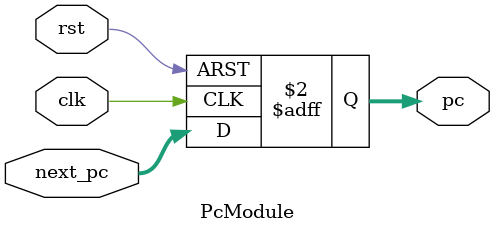
<source format=v>
module PcModule(
    input clk,
    input rst,
    input [31:0] next_pc,
    output reg [31:0] pc
);
    always @(posedge clk or posedge rst) begin
        if (rst)
            pc <= 32'b0; // Reset PC to 0
        else
            pc <= next_pc; // Update PC with the next PC value
    end
endmodule
</source>
